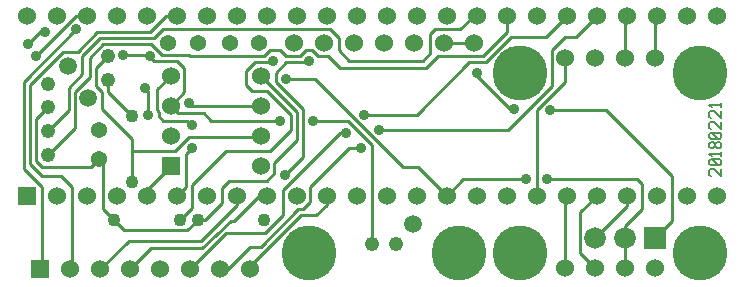
<source format=gbr>
G04 start of page 2 for group 0 idx 0 *
G04 Title: simple, top *
G04 Creator: pcb 20140316 *
G04 CreationDate: Wed 21 Feb 2018 06:48:06 PM GMT UTC *
G04 For: brian *
G04 Format: Gerber/RS-274X *
G04 PCB-Dimensions (mil): 6000.00 5000.00 *
G04 PCB-Coordinate-Origin: lower left *
%MOIN*%
%FSLAX25Y25*%
%LNTOP*%
%ADD30C,0.0350*%
%ADD29C,0.0280*%
%ADD28C,0.0437*%
%ADD27C,0.0279*%
%ADD26C,0.0268*%
%ADD25C,0.0420*%
%ADD24C,0.1270*%
%ADD23C,0.0380*%
%ADD22C,0.0200*%
%ADD21C,0.0360*%
%ADD20C,0.0540*%
%ADD19C,0.0597*%
%ADD18C,0.0480*%
%ADD17C,0.0433*%
%ADD16C,0.0720*%
%ADD15C,0.0001*%
%ADD14C,0.1830*%
%ADD13C,0.0600*%
%ADD12C,0.0080*%
%ADD11C,0.0100*%
G54D11*X327500Y325000D02*X322500Y330000D01*
Y343500D01*
X328000Y349000D01*
X317500Y325000D02*Y348500D01*
X318000Y349000D01*
X338000D02*Y345500D01*
X327500Y335000D01*
X337500Y325000D02*Y339000D01*
X343000Y344500D01*
Y353000D01*
X341500Y354500D01*
X308000Y349000D02*Y377500D01*
X347500Y335000D02*X353000Y340500D01*
Y355500D01*
X331000Y377500D01*
X312500D02*X331000D01*
X341500Y354500D02*X311500D01*
X347500Y395000D02*Y408500D01*
X348000Y409000D01*
X337500Y395000D02*Y408500D01*
X338000Y409000D01*
X328000D02*X321000Y402000D01*
X317500D01*
X313000Y397500D01*
X318000Y409000D02*X311000Y402000D01*
X299500D01*
X298000Y409000D02*Y403500D01*
X313000Y397500D02*Y385500D01*
X308000Y377500D02*X317500Y387000D01*
Y395000D01*
X313000Y385500D02*X298500Y371000D01*
X277000Y400000D02*X287000D01*
X288000Y409000D02*X287000D01*
X282500Y404500D01*
X274000D01*
X272500Y403000D01*
Y396500D01*
X270000Y394000D01*
X298000Y403500D02*X290000Y395500D01*
X299500Y402000D02*X291000Y393500D01*
X288000Y390000D02*Y389000D01*
X299000Y378000D01*
X300500D01*
X290000Y395500D02*X275000D01*
X291000Y393500D02*X285500D01*
X275000Y395500D02*X271000Y391500D01*
X285500Y393500D02*X268000Y376000D01*
X298500Y371000D02*X255500D01*
X304500Y354500D02*X283500D01*
X278000Y349000D01*
X268500Y358500D02*X278000Y349000D01*
X212500Y324500D02*Y325500D01*
X202500Y324500D02*X205000D01*
X204500Y336500D02*X192500Y324500D01*
X205000D02*X212500Y332000D01*
X216000D01*
X217500Y336500D02*X204500D01*
X206000Y340500D02*X196500Y331500D01*
X196000Y334000D02*X208000Y346000D01*
X189024Y341000D02*X193000Y344976D01*
X191476Y337500D02*X194976Y341000D01*
X197500D01*
X172500Y324500D02*X179500Y331500D01*
X196500D01*
X172000Y334000D02*X162500Y324500D01*
X172000Y334000D02*X196000D01*
X170476Y337500D02*X191476D01*
X170476D02*X163500Y344476D01*
X216000Y332000D02*X228500Y344500D01*
X217500Y336500D02*X223500Y342500D01*
X212500Y325500D02*X229500Y342500D01*
X228500Y344500D02*X230000D01*
X232500Y347000D01*
Y352000D01*
X229500Y342500D02*X234500D01*
X238000Y346000D01*
Y349000D01*
X218000D02*X215500D01*
X207000Y340500D01*
X208000Y346000D02*Y349000D01*
X223500Y342500D02*Y351000D01*
X178000Y349000D02*Y351000D01*
X186000Y359000D01*
X191000Y352000D02*X188000Y349000D01*
X193000Y344976D02*Y352500D01*
X205500Y354000D02*X203000Y351500D01*
X204500Y364000D02*X193000Y352500D01*
X191000Y352000D02*Y363000D01*
X173000Y364000D02*X187500D01*
X143000Y358500D02*X159421D01*
X162000Y361079D01*
X163500Y359579D02*X162000Y361079D01*
X163500Y359579D02*Y344476D01*
X161000Y385500D02*X163000Y383500D01*
Y378000D01*
X141000Y374437D02*Y360500D01*
X143000Y358500D01*
X145000Y362689D02*X154000Y371689D01*
X143000Y355500D02*X149500D01*
X153000Y352000D01*
X137000Y358000D02*X143000Y352000D01*
Y325000D01*
X142500Y324500D01*
X139000Y359500D02*X143000Y355500D01*
X153000Y352000D02*Y325000D01*
X152500Y324500D01*
X137000Y358000D02*Y387000D01*
X139000Y386000D02*Y359500D01*
X145000Y378437D02*X141000Y374437D01*
X154000Y371689D02*Y383500D01*
X145000Y370563D02*X152000Y377563D01*
Y385000D01*
X165000Y383524D02*X173000Y375524D01*
X163000Y378000D02*X173000Y368000D01*
Y353500D01*
X159000Y395000D02*X163500Y399500D01*
X156500Y395500D02*X162500Y401500D01*
X165000Y387563D02*Y383524D01*
Y395437D02*X161000Y391437D01*
Y385500D01*
X161500Y403500D02*X155000Y397000D01*
X158000Y409000D02*X154500D01*
X155000Y397000D02*X150000D01*
X139000Y386000D01*
X137000Y387000D02*X154500Y404500D01*
Y409000D02*X141000Y395500D01*
X144000Y403500D02*X142500D01*
X138500Y399500D01*
X159000Y388500D02*Y395000D01*
X156500Y389500D02*Y395500D01*
X154000Y383500D02*X159000Y388500D01*
X152000Y385000D02*X156500Y389500D01*
X162500Y401500D02*X180500D01*
X179000Y403500D02*X161500D01*
X163500Y399500D02*X179500D01*
X179000Y403500D02*X184500Y409000D01*
X188000D01*
X180500Y401500D02*X183500Y404500D01*
X179500Y399500D02*X183000Y396000D01*
X180500Y394000D02*X188000D01*
X183000Y396000D02*X192000D01*
X192500Y395500D01*
X170000Y396000D02*X178500D01*
X180500Y394000D02*X178500Y396000D01*
X190500Y391500D02*Y383500D01*
X188000Y394000D02*X190500Y391500D01*
X187500Y364000D02*X192000Y368500D01*
X190500Y383500D02*X186000Y379000D01*
Y389000D02*X181500Y384500D01*
X188500Y376500D02*X186000Y379000D01*
X178500Y384000D02*Y376000D01*
X177500Y385000D02*X178500Y384000D01*
X181500Y384500D02*Y377500D01*
X182000Y377000D01*
Y375500D01*
X183500Y374000D01*
X191500D02*X183500D01*
X207000Y340500D02*X206000D01*
X197500Y341000D02*X203000Y346500D01*
Y351500D01*
X221000Y387000D02*Y390000D01*
X224500Y393500D01*
X220000Y394000D02*X219500Y393500D01*
X217000Y395500D02*X219000Y397500D01*
X222500D01*
X224500Y395500D01*
X211000Y390500D02*Y386000D01*
Y390500D02*X214000Y393500D01*
X192500Y395500D02*X217000D01*
X219500Y393500D02*X214000D01*
X183500Y404500D02*X239000D01*
X238500Y395500D02*X242500Y391500D01*
X224500Y388000D02*X234000D01*
X224500Y395500D02*X229000D01*
X231000Y397500D01*
X233000D01*
X235000Y395500D01*
X238500D01*
X224500Y393500D02*X231500D01*
X232000Y394000D01*
X239000Y404500D02*X242000Y401500D01*
Y397500D01*
X245500Y394000D01*
X270000D02*X245500D01*
X271000Y391500D02*X242500D01*
X253063Y333000D02*Y365937D01*
X245000Y374000D01*
X233500D01*
X268000Y376000D02*X250500D01*
X234000Y388000D02*X263500Y358500D01*
X245500Y365000D02*X249500D01*
X242500Y370000D02*X244500D01*
X263500Y358500D02*X268500D01*
X232500Y352000D02*X245500Y365000D01*
X223500Y351000D02*X242500Y370000D01*
X211000Y386000D02*X213000Y384000D01*
X218000D01*
X192000Y380000D02*X193000Y379000D01*
X191000Y363000D02*X193000Y365000D01*
X191500Y374000D02*X193000Y372500D01*
X216000Y379000D02*X193000D01*
X222500Y374000D02*X199500D01*
X197000Y376500D01*
X188500D01*
X192000Y368500D02*X215500D01*
X218000Y384000D02*X226000Y376000D01*
X215421Y389579D02*X228000Y377000D01*
X221000Y387000D02*X230000Y378000D01*
X226000Y376000D02*Y371000D01*
X219000Y364000D02*X226000Y371000D01*
X228000Y377000D02*Y367500D01*
X220500Y360000D02*X228000Y367500D01*
X230000Y378000D02*Y362000D01*
X224000Y356000D02*X230000Y362000D01*
X220500Y360000D02*Y356500D01*
X218000Y354000D01*
X205500D01*
X219000Y364000D02*X204500D01*
X215500Y368500D02*X216000Y369000D01*
G54D12*X365970Y355500D02*X365480Y355990D01*
Y357460D02*Y355990D01*
Y357460D02*X365970Y357950D01*
X366950D01*
X369400Y355500D02*X366950Y357950D01*
X369400D02*Y355500D01*
X368910Y359126D02*X369400Y359616D01*
X365970Y359126D02*X368910D01*
X365970D02*X365480Y359616D01*
Y360596D02*Y359616D01*
Y360596D02*X365970Y361086D01*
X368910D01*
X369400Y360596D02*X368910Y361086D01*
X369400Y360596D02*Y359616D01*
X368420Y359126D02*X366460Y361086D01*
X366264Y362262D02*X365480Y363046D01*
X369400D01*
Y363732D02*Y362262D01*
X368910Y364908D02*X369400Y365398D01*
X368126Y364908D02*X368910D01*
X368126D02*X367440Y365594D01*
Y366182D02*Y365594D01*
Y366182D02*X368126Y366868D01*
X368910D01*
X369400Y366378D02*X368910Y366868D01*
X369400Y366378D02*Y365398D01*
X366754Y364908D02*X367440Y365594D01*
X365970Y364908D02*X366754D01*
X365970D02*X365480Y365398D01*
Y366378D02*Y365398D01*
Y366378D02*X365970Y366868D01*
X366754D01*
X367440Y366182D02*X366754Y366868D01*
X368910Y368044D02*X369400Y368534D01*
X365970Y368044D02*X368910D01*
X365970D02*X365480Y368534D01*
Y369514D02*Y368534D01*
Y369514D02*X365970Y370004D01*
X368910D01*
X369400Y369514D02*X368910Y370004D01*
X369400Y369514D02*Y368534D01*
X368420Y368044D02*X366460Y370004D01*
X365970Y371180D02*X365480Y371670D01*
Y373140D02*Y371670D01*
Y373140D02*X365970Y373630D01*
X366950D01*
X369400Y371180D02*X366950Y373630D01*
X369400D02*Y371180D01*
X365970Y374806D02*X365480Y375296D01*
Y376766D02*Y375296D01*
Y376766D02*X365970Y377256D01*
X366950D01*
X369400Y374806D02*X366950Y377256D01*
X369400D02*Y374806D01*
X366264Y378432D02*X365480Y379216D01*
X369400D01*
Y379902D02*Y378432D01*
G54D13*X268000Y349000D03*
X278000D03*
X288000D03*
X298000D03*
X308000D03*
X318000D03*
X328000D03*
X338000D03*
X348000D03*
X358000D03*
X368000D03*
Y409000D03*
X358000D03*
G54D14*X362500Y390000D03*
G54D13*X348000Y409000D03*
X347500Y395000D03*
X337500D03*
X327500D03*
X317500D03*
X338000Y409000D03*
X328000D03*
X318000D03*
G54D15*G36*
X343900Y338600D02*Y331400D01*
X351100D01*
Y338600D01*
X343900D01*
G37*
G54D13*X347500Y325000D03*
G54D14*X362500Y330000D03*
G54D16*X337500Y335000D03*
G54D13*Y325000D03*
G54D16*X327500Y335000D03*
G54D13*Y325000D03*
X317500D03*
G54D14*X302500Y330000D03*
G54D13*X308000Y409000D03*
X298000D03*
X288000D03*
X278000D03*
X268000D03*
X267000Y400000D03*
X277000D03*
X287000D03*
G54D14*X302500Y390000D03*
G54D13*X218000Y349000D03*
G54D17*X217024Y341000D03*
G54D13*X228000Y349000D03*
G54D14*X232000Y330000D03*
G54D13*X238000Y349000D03*
X248000D03*
X258000D03*
G54D18*X253063Y333000D03*
X260937D03*
G54D19*X266843Y339693D03*
G54D14*X282000Y330000D03*
G54D13*X208000Y349000D03*
X216000Y359000D03*
G54D15*G36*
X183000Y362000D02*Y356000D01*
X189000D01*
Y362000D01*
X183000D01*
G37*
G54D13*X186000Y369000D03*
X216000D03*
X186000Y379000D03*
Y389000D03*
X216000D03*
Y379000D03*
G54D17*X173000Y375524D03*
G54D15*G36*
X135000Y352000D02*Y346000D01*
X141000D01*
Y352000D01*
X135000D01*
G37*
G54D13*X148000Y349000D03*
X158000D03*
G54D15*G36*
X139500Y327500D02*Y321500D01*
X145500D01*
Y327500D01*
X139500D01*
G37*
G54D13*X152500Y324500D03*
G54D18*X145000Y362689D03*
Y370563D03*
Y378437D03*
Y386311D03*
G54D19*X151693Y392217D03*
G54D18*X165000Y395437D03*
Y387563D03*
G54D19*X158307Y381657D03*
G54D20*X162000Y361079D03*
Y370921D03*
G54D13*X258000Y409000D03*
X248000D03*
X238000D03*
X218000D03*
X208000D03*
X198000D03*
X188000D03*
G54D20*X185079Y400000D03*
X194921D03*
G54D13*X178000Y409000D03*
X168000D03*
X158000D03*
X148000D03*
X138000D03*
X228000D03*
X227000Y400000D03*
X237000D03*
X247000D03*
G54D20*X215421D03*
X205579D03*
G54D13*X257000D03*
X168000Y349000D03*
X178000D03*
G54D17*X173000Y353476D03*
X166976Y341000D03*
G54D13*X162500Y324500D03*
X172500D03*
X182500D03*
X192500D03*
X202500D03*
X212500D03*
X188000Y349000D03*
X198000D03*
G54D17*X194976Y341000D03*
X189024D03*
G54D21*X288000Y390000D03*
X300500Y378000D03*
X312500Y377500D03*
X311500Y354500D03*
X304500D03*
X224000Y356000D03*
X224500Y388000D03*
X222500Y374000D03*
X179000Y395500D03*
X141000D03*
X170000Y396000D03*
X144000Y403500D03*
X154500Y404500D03*
X138500Y399500D03*
X220000Y394000D03*
X232000D03*
X233500Y374000D03*
X244500Y370000D03*
X249500Y365000D03*
X255500Y371000D03*
X250500Y376000D03*
X192000Y380000D03*
X177500Y385000D03*
X178500Y376000D03*
X193000Y365000D03*
Y372500D03*
G54D22*G54D23*G54D24*G54D23*G54D25*G54D23*G54D24*G54D25*G54D23*G54D25*G54D23*G54D24*G54D23*G54D24*G54D23*G54D26*G54D23*G54D24*G54D23*G54D27*G54D28*G54D24*G54D23*G54D29*G54D26*G54D23*G54D27*G54D28*G54D27*G54D28*G54D30*G54D23*G54D30*G54D23*G54D30*G54D23*G54D26*G54D23*G54D26*M02*

</source>
